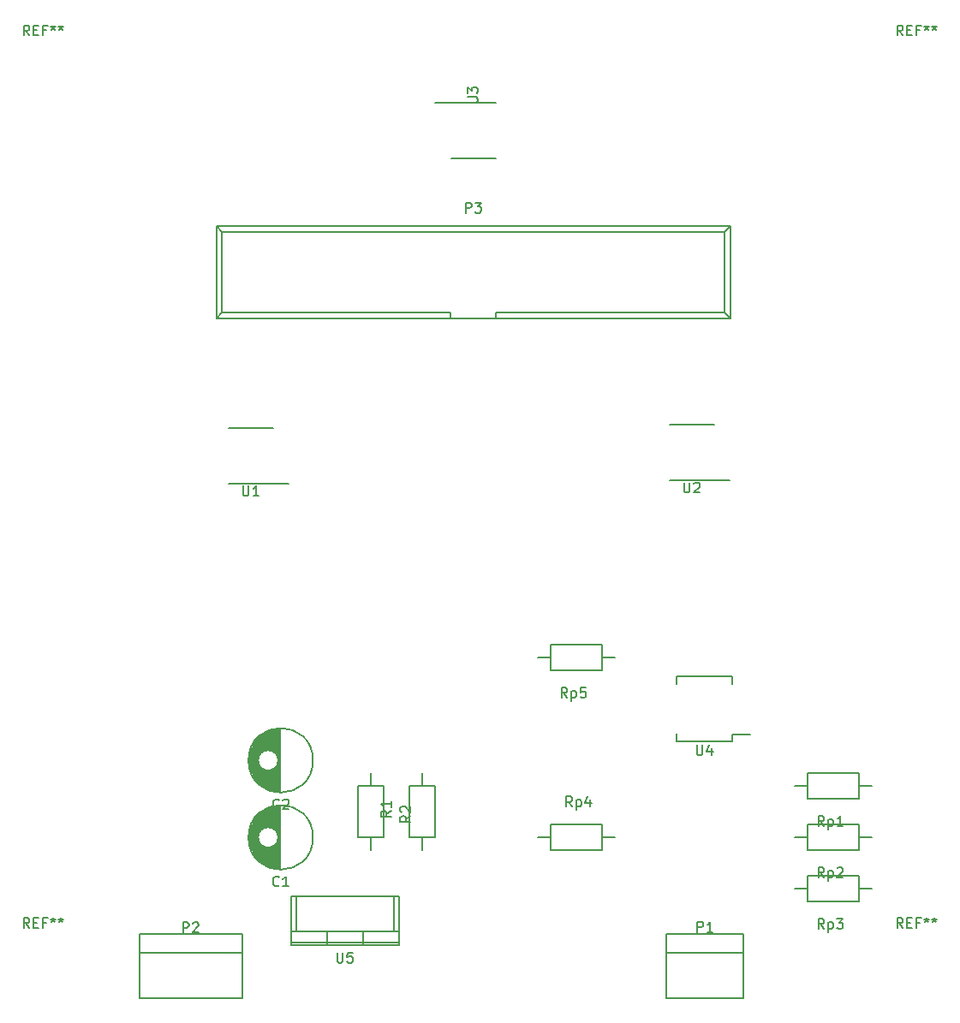
<source format=gto>
G04 #@! TF.FileFunction,Legend,Top*
%FSLAX46Y46*%
G04 Gerber Fmt 4.6, Leading zero omitted, Abs format (unit mm)*
G04 Created by KiCad (PCBNEW 4.0.7) date Wednesday, 11. April 2018 'u56' 14:56:34*
%MOMM*%
%LPD*%
G01*
G04 APERTURE LIST*
%ADD10C,0.100000*%
%ADD11C,0.150000*%
G04 APERTURE END LIST*
D10*
D11*
X187960000Y-125730000D02*
X182880000Y-125730000D01*
X182880000Y-125730000D02*
X182880000Y-123190000D01*
X182880000Y-123190000D02*
X187960000Y-123190000D01*
X187960000Y-123190000D02*
X187960000Y-125730000D01*
X187960000Y-124460000D02*
X189230000Y-124460000D01*
X182880000Y-124460000D02*
X181610000Y-124460000D01*
X156155000Y-145389000D02*
X156155000Y-139091000D01*
X156015000Y-145383000D02*
X156015000Y-139097000D01*
X155875000Y-145370000D02*
X155875000Y-142686000D01*
X155875000Y-141794000D02*
X155875000Y-139110000D01*
X155735000Y-145351000D02*
X155735000Y-142896000D01*
X155735000Y-141584000D02*
X155735000Y-139129000D01*
X155595000Y-145325000D02*
X155595000Y-143029000D01*
X155595000Y-141451000D02*
X155595000Y-139155000D01*
X155455000Y-145293000D02*
X155455000Y-143120000D01*
X155455000Y-141360000D02*
X155455000Y-139187000D01*
X155315000Y-145254000D02*
X155315000Y-143182000D01*
X155315000Y-141298000D02*
X155315000Y-139226000D01*
X155175000Y-145208000D02*
X155175000Y-143221000D01*
X155175000Y-141259000D02*
X155175000Y-139272000D01*
X155035000Y-145155000D02*
X155035000Y-143238000D01*
X155035000Y-141242000D02*
X155035000Y-139325000D01*
X154895000Y-145093000D02*
X154895000Y-143236000D01*
X154895000Y-141244000D02*
X154895000Y-139387000D01*
X154755000Y-145023000D02*
X154755000Y-143214000D01*
X154755000Y-141266000D02*
X154755000Y-139457000D01*
X154615000Y-144944000D02*
X154615000Y-143171000D01*
X154615000Y-141309000D02*
X154615000Y-139536000D01*
X154475000Y-144856000D02*
X154475000Y-143103000D01*
X154475000Y-141377000D02*
X154475000Y-139624000D01*
X154335000Y-144756000D02*
X154335000Y-143004000D01*
X154335000Y-141476000D02*
X154335000Y-139724000D01*
X154195000Y-144644000D02*
X154195000Y-142859000D01*
X154195000Y-141621000D02*
X154195000Y-139836000D01*
X154055000Y-144519000D02*
X154055000Y-142620000D01*
X154055000Y-141860000D02*
X154055000Y-139961000D01*
X153915000Y-144376000D02*
X153915000Y-140104000D01*
X153775000Y-144214000D02*
X153775000Y-140266000D01*
X153635000Y-144026000D02*
X153635000Y-140454000D01*
X153495000Y-143803000D02*
X153495000Y-140677000D01*
X153355000Y-143527000D02*
X153355000Y-140953000D01*
X153215000Y-143152000D02*
X153215000Y-141328000D01*
X155980000Y-142240000D02*
G75*
G03X155980000Y-142240000I-1000000J0D01*
G01*
X159417500Y-142240000D02*
G75*
G03X159417500Y-142240000I-3187500J0D01*
G01*
X166370000Y-137160000D02*
X166370000Y-142240000D01*
X166370000Y-142240000D02*
X163830000Y-142240000D01*
X163830000Y-142240000D02*
X163830000Y-137160000D01*
X163830000Y-137160000D02*
X166370000Y-137160000D01*
X165100000Y-137160000D02*
X165100000Y-135890000D01*
X165100000Y-142240000D02*
X165100000Y-143510000D01*
X157734000Y-151511000D02*
X157734000Y-148082000D01*
X167386000Y-151511000D02*
X167386000Y-148082000D01*
X157226000Y-152654000D02*
X167894000Y-152654000D01*
X160782000Y-151638000D02*
X160782000Y-152908000D01*
X164338000Y-151638000D02*
X164338000Y-152908000D01*
X167894000Y-151511000D02*
X157226000Y-151511000D01*
X157226000Y-148082000D02*
X167894000Y-148082000D01*
X167894000Y-152908000D02*
X167894000Y-148082000D01*
X157226000Y-152908000D02*
X157226000Y-148082000D01*
X157226000Y-152908000D02*
X167894000Y-152908000D01*
X156155000Y-137769000D02*
X156155000Y-131471000D01*
X156015000Y-137763000D02*
X156015000Y-131477000D01*
X155875000Y-137750000D02*
X155875000Y-135066000D01*
X155875000Y-134174000D02*
X155875000Y-131490000D01*
X155735000Y-137731000D02*
X155735000Y-135276000D01*
X155735000Y-133964000D02*
X155735000Y-131509000D01*
X155595000Y-137705000D02*
X155595000Y-135409000D01*
X155595000Y-133831000D02*
X155595000Y-131535000D01*
X155455000Y-137673000D02*
X155455000Y-135500000D01*
X155455000Y-133740000D02*
X155455000Y-131567000D01*
X155315000Y-137634000D02*
X155315000Y-135562000D01*
X155315000Y-133678000D02*
X155315000Y-131606000D01*
X155175000Y-137588000D02*
X155175000Y-135601000D01*
X155175000Y-133639000D02*
X155175000Y-131652000D01*
X155035000Y-137535000D02*
X155035000Y-135618000D01*
X155035000Y-133622000D02*
X155035000Y-131705000D01*
X154895000Y-137473000D02*
X154895000Y-135616000D01*
X154895000Y-133624000D02*
X154895000Y-131767000D01*
X154755000Y-137403000D02*
X154755000Y-135594000D01*
X154755000Y-133646000D02*
X154755000Y-131837000D01*
X154615000Y-137324000D02*
X154615000Y-135551000D01*
X154615000Y-133689000D02*
X154615000Y-131916000D01*
X154475000Y-137236000D02*
X154475000Y-135483000D01*
X154475000Y-133757000D02*
X154475000Y-132004000D01*
X154335000Y-137136000D02*
X154335000Y-135384000D01*
X154335000Y-133856000D02*
X154335000Y-132104000D01*
X154195000Y-137024000D02*
X154195000Y-135239000D01*
X154195000Y-134001000D02*
X154195000Y-132216000D01*
X154055000Y-136899000D02*
X154055000Y-135000000D01*
X154055000Y-134240000D02*
X154055000Y-132341000D01*
X153915000Y-136756000D02*
X153915000Y-132484000D01*
X153775000Y-136594000D02*
X153775000Y-132646000D01*
X153635000Y-136406000D02*
X153635000Y-132834000D01*
X153495000Y-136183000D02*
X153495000Y-133057000D01*
X153355000Y-135907000D02*
X153355000Y-133333000D01*
X153215000Y-135532000D02*
X153215000Y-133708000D01*
X155980000Y-134620000D02*
G75*
G03X155980000Y-134620000I-1000000J0D01*
G01*
X159417500Y-134620000D02*
G75*
G03X159417500Y-134620000I-3187500J0D01*
G01*
X194310000Y-151765000D02*
X194310000Y-158115000D01*
X201930000Y-151765000D02*
X201930000Y-158115000D01*
X201930000Y-153670000D02*
X194310000Y-153670000D01*
X194310000Y-151765000D02*
X201930000Y-151765000D01*
X201930000Y-158115000D02*
X194310000Y-158115000D01*
X152400000Y-151765000D02*
X152400000Y-158115000D01*
X147320000Y-158115000D02*
X149860000Y-158115000D01*
X149860000Y-153670000D02*
X152400000Y-153670000D01*
X147320000Y-151765000D02*
X149860000Y-151765000D01*
X142240000Y-151765000D02*
X142240000Y-158115000D01*
X149860000Y-153670000D02*
X142240000Y-153670000D01*
X142240000Y-151765000D02*
X152400000Y-151765000D01*
X142240000Y-158115000D02*
X152400000Y-158115000D01*
X149860000Y-81810000D02*
X200660000Y-81810000D01*
X150400000Y-82360000D02*
X200100000Y-82360000D01*
X149860000Y-90910000D02*
X200660000Y-90910000D01*
X150400000Y-90360000D02*
X173010000Y-90360000D01*
X177510000Y-90360000D02*
X200100000Y-90360000D01*
X173010000Y-90360000D02*
X173010000Y-90910000D01*
X177510000Y-90360000D02*
X177510000Y-90910000D01*
X149860000Y-81810000D02*
X149860000Y-90910000D01*
X150400000Y-82360000D02*
X150400000Y-90360000D01*
X200660000Y-81810000D02*
X200660000Y-90910000D01*
X200100000Y-82360000D02*
X200100000Y-90360000D01*
X149860000Y-81810000D02*
X150400000Y-82360000D01*
X200660000Y-81810000D02*
X200100000Y-82360000D01*
X149860000Y-90910000D02*
X150400000Y-90360000D01*
X200660000Y-90910000D02*
X200100000Y-90360000D01*
X168910000Y-142240000D02*
X168910000Y-137160000D01*
X168910000Y-137160000D02*
X171450000Y-137160000D01*
X171450000Y-137160000D02*
X171450000Y-142240000D01*
X171450000Y-142240000D02*
X168910000Y-142240000D01*
X170180000Y-142240000D02*
X170180000Y-143510000D01*
X170180000Y-137160000D02*
X170180000Y-135890000D01*
X213360000Y-138430000D02*
X208280000Y-138430000D01*
X208280000Y-138430000D02*
X208280000Y-135890000D01*
X208280000Y-135890000D02*
X213360000Y-135890000D01*
X213360000Y-135890000D02*
X213360000Y-138430000D01*
X213360000Y-137160000D02*
X214630000Y-137160000D01*
X208280000Y-137160000D02*
X207010000Y-137160000D01*
X213360000Y-143510000D02*
X208280000Y-143510000D01*
X208280000Y-143510000D02*
X208280000Y-140970000D01*
X208280000Y-140970000D02*
X213360000Y-140970000D01*
X213360000Y-140970000D02*
X213360000Y-143510000D01*
X213360000Y-142240000D02*
X214630000Y-142240000D01*
X208280000Y-142240000D02*
X207010000Y-142240000D01*
X213360000Y-148590000D02*
X208280000Y-148590000D01*
X208280000Y-148590000D02*
X208280000Y-146050000D01*
X208280000Y-146050000D02*
X213360000Y-146050000D01*
X213360000Y-146050000D02*
X213360000Y-148590000D01*
X213360000Y-147320000D02*
X214630000Y-147320000D01*
X208280000Y-147320000D02*
X207010000Y-147320000D01*
X155460000Y-101740000D02*
X151060000Y-101740000D01*
X157035000Y-107265000D02*
X151060000Y-107265000D01*
X199050000Y-101415000D02*
X194650000Y-101415000D01*
X200625000Y-106940000D02*
X194650000Y-106940000D01*
X173060000Y-75115000D02*
X177460000Y-75115000D01*
X171485000Y-69590000D02*
X177460000Y-69590000D01*
X200870000Y-132745000D02*
X200870000Y-132090000D01*
X195370000Y-132745000D02*
X195370000Y-131995000D01*
X195370000Y-126335000D02*
X195370000Y-127085000D01*
X200870000Y-126335000D02*
X200870000Y-127085000D01*
X200870000Y-132745000D02*
X195370000Y-132745000D01*
X200870000Y-126335000D02*
X195370000Y-126335000D01*
X200870000Y-132090000D02*
X202620000Y-132090000D01*
X182880000Y-140970000D02*
X187960000Y-140970000D01*
X187960000Y-140970000D02*
X187960000Y-143510000D01*
X187960000Y-143510000D02*
X182880000Y-143510000D01*
X182880000Y-143510000D02*
X182880000Y-140970000D01*
X182880000Y-142240000D02*
X181610000Y-142240000D01*
X187960000Y-142240000D02*
X189230000Y-142240000D01*
X131381667Y-62927381D02*
X131048333Y-62451190D01*
X130810238Y-62927381D02*
X130810238Y-61927381D01*
X131191191Y-61927381D01*
X131286429Y-61975000D01*
X131334048Y-62022619D01*
X131381667Y-62117857D01*
X131381667Y-62260714D01*
X131334048Y-62355952D01*
X131286429Y-62403571D01*
X131191191Y-62451190D01*
X130810238Y-62451190D01*
X131810238Y-62403571D02*
X132143572Y-62403571D01*
X132286429Y-62927381D02*
X131810238Y-62927381D01*
X131810238Y-61927381D01*
X132286429Y-61927381D01*
X133048334Y-62403571D02*
X132715000Y-62403571D01*
X132715000Y-62927381D02*
X132715000Y-61927381D01*
X133191191Y-61927381D01*
X133715000Y-61927381D02*
X133715000Y-62165476D01*
X133476905Y-62070238D02*
X133715000Y-62165476D01*
X133953096Y-62070238D01*
X133572143Y-62355952D02*
X133715000Y-62165476D01*
X133857858Y-62355952D01*
X134476905Y-61927381D02*
X134476905Y-62165476D01*
X134238810Y-62070238D02*
X134476905Y-62165476D01*
X134715001Y-62070238D01*
X134334048Y-62355952D02*
X134476905Y-62165476D01*
X134619763Y-62355952D01*
X217741667Y-62927381D02*
X217408333Y-62451190D01*
X217170238Y-62927381D02*
X217170238Y-61927381D01*
X217551191Y-61927381D01*
X217646429Y-61975000D01*
X217694048Y-62022619D01*
X217741667Y-62117857D01*
X217741667Y-62260714D01*
X217694048Y-62355952D01*
X217646429Y-62403571D01*
X217551191Y-62451190D01*
X217170238Y-62451190D01*
X218170238Y-62403571D02*
X218503572Y-62403571D01*
X218646429Y-62927381D02*
X218170238Y-62927381D01*
X218170238Y-61927381D01*
X218646429Y-61927381D01*
X219408334Y-62403571D02*
X219075000Y-62403571D01*
X219075000Y-62927381D02*
X219075000Y-61927381D01*
X219551191Y-61927381D01*
X220075000Y-61927381D02*
X220075000Y-62165476D01*
X219836905Y-62070238D02*
X220075000Y-62165476D01*
X220313096Y-62070238D01*
X219932143Y-62355952D02*
X220075000Y-62165476D01*
X220217858Y-62355952D01*
X220836905Y-61927381D02*
X220836905Y-62165476D01*
X220598810Y-62070238D02*
X220836905Y-62165476D01*
X221075001Y-62070238D01*
X220694048Y-62355952D02*
X220836905Y-62165476D01*
X220979763Y-62355952D01*
X217741667Y-151192381D02*
X217408333Y-150716190D01*
X217170238Y-151192381D02*
X217170238Y-150192381D01*
X217551191Y-150192381D01*
X217646429Y-150240000D01*
X217694048Y-150287619D01*
X217741667Y-150382857D01*
X217741667Y-150525714D01*
X217694048Y-150620952D01*
X217646429Y-150668571D01*
X217551191Y-150716190D01*
X217170238Y-150716190D01*
X218170238Y-150668571D02*
X218503572Y-150668571D01*
X218646429Y-151192381D02*
X218170238Y-151192381D01*
X218170238Y-150192381D01*
X218646429Y-150192381D01*
X219408334Y-150668571D02*
X219075000Y-150668571D01*
X219075000Y-151192381D02*
X219075000Y-150192381D01*
X219551191Y-150192381D01*
X220075000Y-150192381D02*
X220075000Y-150430476D01*
X219836905Y-150335238D02*
X220075000Y-150430476D01*
X220313096Y-150335238D01*
X219932143Y-150620952D02*
X220075000Y-150430476D01*
X220217858Y-150620952D01*
X220836905Y-150192381D02*
X220836905Y-150430476D01*
X220598810Y-150335238D02*
X220836905Y-150430476D01*
X221075001Y-150335238D01*
X220694048Y-150620952D02*
X220836905Y-150430476D01*
X220979763Y-150620952D01*
X184552033Y-128412501D02*
X184218699Y-127936310D01*
X183980604Y-128412501D02*
X183980604Y-127412501D01*
X184361557Y-127412501D01*
X184456795Y-127460120D01*
X184504414Y-127507739D01*
X184552033Y-127602977D01*
X184552033Y-127745834D01*
X184504414Y-127841072D01*
X184456795Y-127888691D01*
X184361557Y-127936310D01*
X183980604Y-127936310D01*
X184980604Y-127745834D02*
X184980604Y-128745834D01*
X184980604Y-127793453D02*
X185075842Y-127745834D01*
X185266319Y-127745834D01*
X185361557Y-127793453D01*
X185409176Y-127841072D01*
X185456795Y-127936310D01*
X185456795Y-128222025D01*
X185409176Y-128317263D01*
X185361557Y-128364882D01*
X185266319Y-128412501D01*
X185075842Y-128412501D01*
X184980604Y-128364882D01*
X186361557Y-127412501D02*
X185885366Y-127412501D01*
X185837747Y-127888691D01*
X185885366Y-127841072D01*
X185980604Y-127793453D01*
X186218700Y-127793453D01*
X186313938Y-127841072D01*
X186361557Y-127888691D01*
X186409176Y-127983930D01*
X186409176Y-128222025D01*
X186361557Y-128317263D01*
X186313938Y-128364882D01*
X186218700Y-128412501D01*
X185980604Y-128412501D01*
X185885366Y-128364882D01*
X185837747Y-128317263D01*
X156063334Y-146997143D02*
X156015715Y-147044762D01*
X155872858Y-147092381D01*
X155777620Y-147092381D01*
X155634762Y-147044762D01*
X155539524Y-146949524D01*
X155491905Y-146854286D01*
X155444286Y-146663810D01*
X155444286Y-146520952D01*
X155491905Y-146330476D01*
X155539524Y-146235238D01*
X155634762Y-146140000D01*
X155777620Y-146092381D01*
X155872858Y-146092381D01*
X156015715Y-146140000D01*
X156063334Y-146187619D01*
X157015715Y-147092381D02*
X156444286Y-147092381D01*
X156730000Y-147092381D02*
X156730000Y-146092381D01*
X156634762Y-146235238D01*
X156539524Y-146330476D01*
X156444286Y-146378095D01*
X169052501Y-140115586D02*
X168576310Y-140448920D01*
X169052501Y-140687015D02*
X168052501Y-140687015D01*
X168052501Y-140306062D01*
X168100120Y-140210824D01*
X168147739Y-140163205D01*
X168242977Y-140115586D01*
X168385834Y-140115586D01*
X168481072Y-140163205D01*
X168528691Y-140210824D01*
X168576310Y-140306062D01*
X168576310Y-140687015D01*
X168147739Y-139734634D02*
X168100120Y-139687015D01*
X168052501Y-139591777D01*
X168052501Y-139353681D01*
X168100120Y-139258443D01*
X168147739Y-139210824D01*
X168242977Y-139163205D01*
X168338215Y-139163205D01*
X168481072Y-139210824D01*
X169052501Y-139782253D01*
X169052501Y-139163205D01*
X161798095Y-153630381D02*
X161798095Y-154439905D01*
X161845714Y-154535143D01*
X161893333Y-154582762D01*
X161988571Y-154630381D01*
X162179048Y-154630381D01*
X162274286Y-154582762D01*
X162321905Y-154535143D01*
X162369524Y-154439905D01*
X162369524Y-153630381D01*
X163321905Y-153630381D02*
X162845714Y-153630381D01*
X162798095Y-154106571D01*
X162845714Y-154058952D01*
X162940952Y-154011333D01*
X163179048Y-154011333D01*
X163274286Y-154058952D01*
X163321905Y-154106571D01*
X163369524Y-154201810D01*
X163369524Y-154439905D01*
X163321905Y-154535143D01*
X163274286Y-154582762D01*
X163179048Y-154630381D01*
X162940952Y-154630381D01*
X162845714Y-154582762D01*
X162798095Y-154535143D01*
X156063334Y-139377143D02*
X156015715Y-139424762D01*
X155872858Y-139472381D01*
X155777620Y-139472381D01*
X155634762Y-139424762D01*
X155539524Y-139329524D01*
X155491905Y-139234286D01*
X155444286Y-139043810D01*
X155444286Y-138900952D01*
X155491905Y-138710476D01*
X155539524Y-138615238D01*
X155634762Y-138520000D01*
X155777620Y-138472381D01*
X155872858Y-138472381D01*
X156015715Y-138520000D01*
X156063334Y-138567619D01*
X156444286Y-138567619D02*
X156491905Y-138520000D01*
X156587143Y-138472381D01*
X156825239Y-138472381D01*
X156920477Y-138520000D01*
X156968096Y-138567619D01*
X157015715Y-138662857D01*
X157015715Y-138758095D01*
X156968096Y-138900952D01*
X156396667Y-139472381D01*
X157015715Y-139472381D01*
X197431905Y-151592381D02*
X197431905Y-150592381D01*
X197812858Y-150592381D01*
X197908096Y-150640000D01*
X197955715Y-150687619D01*
X198003334Y-150782857D01*
X198003334Y-150925714D01*
X197955715Y-151020952D01*
X197908096Y-151068571D01*
X197812858Y-151116190D01*
X197431905Y-151116190D01*
X198955715Y-151592381D02*
X198384286Y-151592381D01*
X198670000Y-151592381D02*
X198670000Y-150592381D01*
X198574762Y-150735238D01*
X198479524Y-150830476D01*
X198384286Y-150878095D01*
X146581905Y-151642381D02*
X146581905Y-150642381D01*
X146962858Y-150642381D01*
X147058096Y-150690000D01*
X147105715Y-150737619D01*
X147153334Y-150832857D01*
X147153334Y-150975714D01*
X147105715Y-151070952D01*
X147058096Y-151118571D01*
X146962858Y-151166190D01*
X146581905Y-151166190D01*
X147534286Y-150737619D02*
X147581905Y-150690000D01*
X147677143Y-150642381D01*
X147915239Y-150642381D01*
X148010477Y-150690000D01*
X148058096Y-150737619D01*
X148105715Y-150832857D01*
X148105715Y-150928095D01*
X148058096Y-151070952D01*
X147486667Y-151642381D01*
X148105715Y-151642381D01*
X174521905Y-80462381D02*
X174521905Y-79462381D01*
X174902858Y-79462381D01*
X174998096Y-79510000D01*
X175045715Y-79557619D01*
X175093334Y-79652857D01*
X175093334Y-79795714D01*
X175045715Y-79890952D01*
X174998096Y-79938571D01*
X174902858Y-79986190D01*
X174521905Y-79986190D01*
X175426667Y-79462381D02*
X176045715Y-79462381D01*
X175712381Y-79843333D01*
X175855239Y-79843333D01*
X175950477Y-79890952D01*
X175998096Y-79938571D01*
X176045715Y-80033810D01*
X176045715Y-80271905D01*
X175998096Y-80367143D01*
X175950477Y-80414762D01*
X175855239Y-80462381D01*
X175569524Y-80462381D01*
X175474286Y-80414762D01*
X175426667Y-80367143D01*
X167132261Y-139617746D02*
X166656070Y-139951080D01*
X167132261Y-140189175D02*
X166132261Y-140189175D01*
X166132261Y-139808222D01*
X166179880Y-139712984D01*
X166227499Y-139665365D01*
X166322737Y-139617746D01*
X166465594Y-139617746D01*
X166560832Y-139665365D01*
X166608451Y-139712984D01*
X166656070Y-139808222D01*
X166656070Y-140189175D01*
X167132261Y-138665365D02*
X167132261Y-139236794D01*
X167132261Y-138951080D02*
X166132261Y-138951080D01*
X166275118Y-139046318D01*
X166370356Y-139141556D01*
X166417975Y-139236794D01*
X209952033Y-141112501D02*
X209618699Y-140636310D01*
X209380604Y-141112501D02*
X209380604Y-140112501D01*
X209761557Y-140112501D01*
X209856795Y-140160120D01*
X209904414Y-140207739D01*
X209952033Y-140302977D01*
X209952033Y-140445834D01*
X209904414Y-140541072D01*
X209856795Y-140588691D01*
X209761557Y-140636310D01*
X209380604Y-140636310D01*
X210380604Y-140445834D02*
X210380604Y-141445834D01*
X210380604Y-140493453D02*
X210475842Y-140445834D01*
X210666319Y-140445834D01*
X210761557Y-140493453D01*
X210809176Y-140541072D01*
X210856795Y-140636310D01*
X210856795Y-140922025D01*
X210809176Y-141017263D01*
X210761557Y-141064882D01*
X210666319Y-141112501D01*
X210475842Y-141112501D01*
X210380604Y-141064882D01*
X211809176Y-141112501D02*
X211237747Y-141112501D01*
X211523461Y-141112501D02*
X211523461Y-140112501D01*
X211428223Y-140255358D01*
X211332985Y-140350596D01*
X211237747Y-140398215D01*
X209952033Y-146192501D02*
X209618699Y-145716310D01*
X209380604Y-146192501D02*
X209380604Y-145192501D01*
X209761557Y-145192501D01*
X209856795Y-145240120D01*
X209904414Y-145287739D01*
X209952033Y-145382977D01*
X209952033Y-145525834D01*
X209904414Y-145621072D01*
X209856795Y-145668691D01*
X209761557Y-145716310D01*
X209380604Y-145716310D01*
X210380604Y-145525834D02*
X210380604Y-146525834D01*
X210380604Y-145573453D02*
X210475842Y-145525834D01*
X210666319Y-145525834D01*
X210761557Y-145573453D01*
X210809176Y-145621072D01*
X210856795Y-145716310D01*
X210856795Y-146002025D01*
X210809176Y-146097263D01*
X210761557Y-146144882D01*
X210666319Y-146192501D01*
X210475842Y-146192501D01*
X210380604Y-146144882D01*
X211237747Y-145287739D02*
X211285366Y-145240120D01*
X211380604Y-145192501D01*
X211618700Y-145192501D01*
X211713938Y-145240120D01*
X211761557Y-145287739D01*
X211809176Y-145382977D01*
X211809176Y-145478215D01*
X211761557Y-145621072D01*
X211190128Y-146192501D01*
X211809176Y-146192501D01*
X209952033Y-151272501D02*
X209618699Y-150796310D01*
X209380604Y-151272501D02*
X209380604Y-150272501D01*
X209761557Y-150272501D01*
X209856795Y-150320120D01*
X209904414Y-150367739D01*
X209952033Y-150462977D01*
X209952033Y-150605834D01*
X209904414Y-150701072D01*
X209856795Y-150748691D01*
X209761557Y-150796310D01*
X209380604Y-150796310D01*
X210380604Y-150605834D02*
X210380604Y-151605834D01*
X210380604Y-150653453D02*
X210475842Y-150605834D01*
X210666319Y-150605834D01*
X210761557Y-150653453D01*
X210809176Y-150701072D01*
X210856795Y-150796310D01*
X210856795Y-151082025D01*
X210809176Y-151177263D01*
X210761557Y-151224882D01*
X210666319Y-151272501D01*
X210475842Y-151272501D01*
X210380604Y-151224882D01*
X211190128Y-150272501D02*
X211809176Y-150272501D01*
X211475842Y-150653453D01*
X211618700Y-150653453D01*
X211713938Y-150701072D01*
X211761557Y-150748691D01*
X211809176Y-150843930D01*
X211809176Y-151082025D01*
X211761557Y-151177263D01*
X211713938Y-151224882D01*
X211618700Y-151272501D01*
X211332985Y-151272501D01*
X211237747Y-151224882D01*
X211190128Y-151177263D01*
X152498095Y-107467381D02*
X152498095Y-108276905D01*
X152545714Y-108372143D01*
X152593333Y-108419762D01*
X152688571Y-108467381D01*
X152879048Y-108467381D01*
X152974286Y-108419762D01*
X153021905Y-108372143D01*
X153069524Y-108276905D01*
X153069524Y-107467381D01*
X154069524Y-108467381D02*
X153498095Y-108467381D01*
X153783809Y-108467381D02*
X153783809Y-107467381D01*
X153688571Y-107610238D01*
X153593333Y-107705476D01*
X153498095Y-107753095D01*
X196088095Y-107142381D02*
X196088095Y-107951905D01*
X196135714Y-108047143D01*
X196183333Y-108094762D01*
X196278571Y-108142381D01*
X196469048Y-108142381D01*
X196564286Y-108094762D01*
X196611905Y-108047143D01*
X196659524Y-107951905D01*
X196659524Y-107142381D01*
X197088095Y-107237619D02*
X197135714Y-107190000D01*
X197230952Y-107142381D01*
X197469048Y-107142381D01*
X197564286Y-107190000D01*
X197611905Y-107237619D01*
X197659524Y-107332857D01*
X197659524Y-107428095D01*
X197611905Y-107570952D01*
X197040476Y-108142381D01*
X197659524Y-108142381D01*
X174712381Y-69601905D02*
X175521905Y-69601905D01*
X175617143Y-69554286D01*
X175664762Y-69506667D01*
X175712381Y-69411429D01*
X175712381Y-69220952D01*
X175664762Y-69125714D01*
X175617143Y-69078095D01*
X175521905Y-69030476D01*
X174712381Y-69030476D01*
X174712381Y-68649524D02*
X174712381Y-68030476D01*
X175093333Y-68363810D01*
X175093333Y-68220952D01*
X175140952Y-68125714D01*
X175188571Y-68078095D01*
X175283810Y-68030476D01*
X175521905Y-68030476D01*
X175617143Y-68078095D01*
X175664762Y-68125714D01*
X175712381Y-68220952D01*
X175712381Y-68506667D01*
X175664762Y-68601905D01*
X175617143Y-68649524D01*
X197358095Y-133122381D02*
X197358095Y-133931905D01*
X197405714Y-134027143D01*
X197453333Y-134074762D01*
X197548571Y-134122381D01*
X197739048Y-134122381D01*
X197834286Y-134074762D01*
X197881905Y-134027143D01*
X197929524Y-133931905D01*
X197929524Y-133122381D01*
X198834286Y-133455714D02*
X198834286Y-134122381D01*
X198596190Y-133074762D02*
X198358095Y-133789048D01*
X198977143Y-133789048D01*
X185049873Y-139192261D02*
X184716539Y-138716070D01*
X184478444Y-139192261D02*
X184478444Y-138192261D01*
X184859397Y-138192261D01*
X184954635Y-138239880D01*
X185002254Y-138287499D01*
X185049873Y-138382737D01*
X185049873Y-138525594D01*
X185002254Y-138620832D01*
X184954635Y-138668451D01*
X184859397Y-138716070D01*
X184478444Y-138716070D01*
X185478444Y-138525594D02*
X185478444Y-139525594D01*
X185478444Y-138573213D02*
X185573682Y-138525594D01*
X185764159Y-138525594D01*
X185859397Y-138573213D01*
X185907016Y-138620832D01*
X185954635Y-138716070D01*
X185954635Y-139001785D01*
X185907016Y-139097023D01*
X185859397Y-139144642D01*
X185764159Y-139192261D01*
X185573682Y-139192261D01*
X185478444Y-139144642D01*
X186811778Y-138525594D02*
X186811778Y-139192261D01*
X186573682Y-138144642D02*
X186335587Y-138858928D01*
X186954635Y-138858928D01*
X131381667Y-151192381D02*
X131048333Y-150716190D01*
X130810238Y-151192381D02*
X130810238Y-150192381D01*
X131191191Y-150192381D01*
X131286429Y-150240000D01*
X131334048Y-150287619D01*
X131381667Y-150382857D01*
X131381667Y-150525714D01*
X131334048Y-150620952D01*
X131286429Y-150668571D01*
X131191191Y-150716190D01*
X130810238Y-150716190D01*
X131810238Y-150668571D02*
X132143572Y-150668571D01*
X132286429Y-151192381D02*
X131810238Y-151192381D01*
X131810238Y-150192381D01*
X132286429Y-150192381D01*
X133048334Y-150668571D02*
X132715000Y-150668571D01*
X132715000Y-151192381D02*
X132715000Y-150192381D01*
X133191191Y-150192381D01*
X133715000Y-150192381D02*
X133715000Y-150430476D01*
X133476905Y-150335238D02*
X133715000Y-150430476D01*
X133953096Y-150335238D01*
X133572143Y-150620952D02*
X133715000Y-150430476D01*
X133857858Y-150620952D01*
X134476905Y-150192381D02*
X134476905Y-150430476D01*
X134238810Y-150335238D02*
X134476905Y-150430476D01*
X134715001Y-150335238D01*
X134334048Y-150620952D02*
X134476905Y-150430476D01*
X134619763Y-150620952D01*
M02*

</source>
